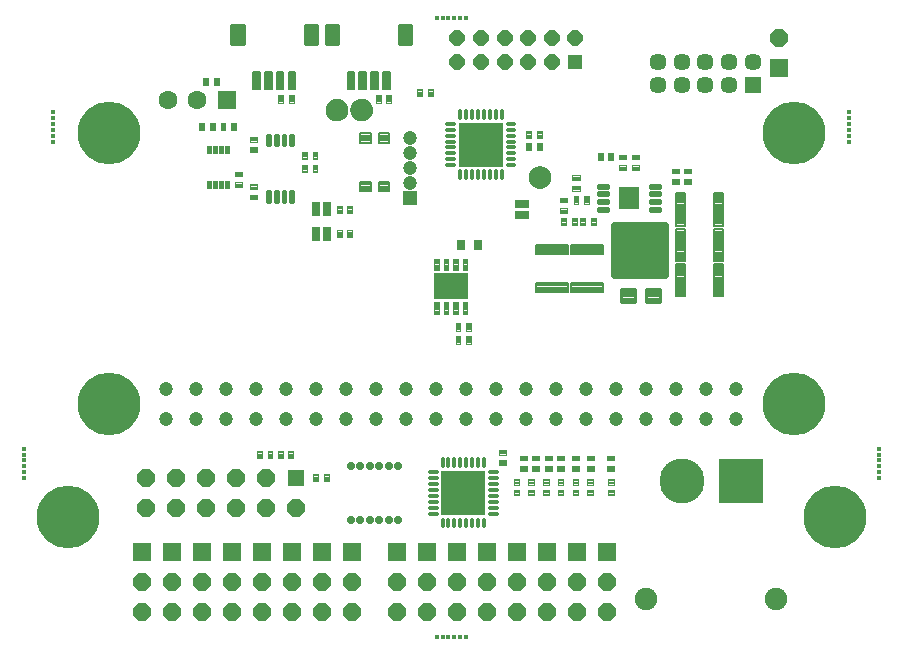
<source format=gto>
G75*
%MOIN*%
%OFA0B0*%
%FSLAX24Y24*%
%IPPOS*%
%LPD*%
%AMOC8*
5,1,8,0,0,1.08239X$1,22.5*
%
%ADD10C,0.0157*%
%ADD11R,0.1496X0.1496*%
%ADD12C,0.1496*%
%ADD13C,0.0748*%
%ADD14C,0.0472*%
%ADD15C,0.0039*%
%ADD16R,0.1181X0.0866*%
%ADD17C,0.0055*%
%ADD18C,0.0102*%
%ADD19C,0.0098*%
%ADD20R,0.0591X0.0591*%
%ADD21OC8,0.0591*%
%ADD22R,0.1516X0.1516*%
%ADD23C,0.0146*%
%ADD24R,0.0681X0.0728*%
%ADD25C,0.0190*%
%ADD26C,0.0108*%
%ADD27C,0.0071*%
%ADD28R,0.0472X0.0472*%
%ADD29C,0.2087*%
%ADD30R,0.0571X0.0571*%
%ADD31C,0.0571*%
%ADD32OC8,0.0571*%
%ADD33R,0.0256X0.0335*%
%ADD34C,0.0031*%
%ADD35C,0.0047*%
%ADD36C,0.0079*%
%ADD37R,0.0315X0.0472*%
%ADD38R,0.0630X0.0630*%
%ADD39C,0.0630*%
%ADD40C,0.0433*%
%ADD41C,0.0394*%
%ADD42R,0.0472X0.0315*%
%ADD43R,0.0512X0.0512*%
%ADD44OC8,0.0512*%
%ADD45C,0.0276*%
D10*
X003181Y010346D03*
X003181Y010543D03*
X003181Y010740D03*
X003181Y010937D03*
X003181Y011133D03*
X003181Y011330D03*
X004165Y021567D03*
X004165Y021763D03*
X004165Y021960D03*
X004165Y022157D03*
X004165Y022354D03*
X004165Y022551D03*
X016941Y025681D03*
X017137Y025681D03*
X017334Y025681D03*
X017531Y025681D03*
X017728Y025681D03*
X017925Y025681D03*
X030700Y022551D03*
X030700Y022354D03*
X030700Y022157D03*
X030700Y021960D03*
X030700Y021763D03*
X030700Y021567D03*
X031685Y011330D03*
X031685Y011133D03*
X031685Y010937D03*
X031685Y010740D03*
X031685Y010543D03*
X031685Y010346D03*
X017925Y005051D03*
X017728Y005051D03*
X017531Y005051D03*
X017334Y005051D03*
X017137Y005051D03*
X016941Y005051D03*
D11*
X027078Y010248D03*
D12*
X025110Y010248D03*
D13*
X023929Y006311D03*
X028259Y006311D03*
D14*
X026933Y012307D03*
X025933Y012307D03*
X024933Y012307D03*
X023933Y012307D03*
X022933Y012307D03*
X021933Y012307D03*
X020933Y012307D03*
X019933Y012307D03*
X018933Y012307D03*
X017933Y012307D03*
X016933Y012307D03*
X015933Y012307D03*
X014933Y012307D03*
X013933Y012307D03*
X012933Y012307D03*
X011933Y012307D03*
X010933Y012307D03*
X009933Y012307D03*
X008933Y012307D03*
X007933Y012307D03*
X007933Y013307D03*
X008933Y013307D03*
X009933Y013307D03*
X010933Y013307D03*
X011933Y013307D03*
X012933Y013307D03*
X013933Y013307D03*
X014933Y013307D03*
X015933Y013307D03*
X016933Y013307D03*
X017933Y013307D03*
X018933Y013307D03*
X019933Y013307D03*
X020933Y013307D03*
X021933Y013307D03*
X022933Y013307D03*
X023933Y013307D03*
X024933Y013307D03*
X025933Y013307D03*
X026933Y013307D03*
X016055Y020181D03*
X016055Y020681D03*
X016055Y021181D03*
X016055Y021681D03*
D15*
X015425Y023103D02*
X015267Y023103D01*
X015425Y023103D02*
X015425Y022865D01*
X015267Y022865D01*
X015267Y023103D01*
X015267Y022903D02*
X015425Y022903D01*
X015425Y022941D02*
X015267Y022941D01*
X015267Y022979D02*
X015425Y022979D01*
X015425Y023017D02*
X015267Y023017D01*
X015267Y023055D02*
X015425Y023055D01*
X015425Y023093D02*
X015267Y023093D01*
X015071Y023103D02*
X014913Y023103D01*
X015071Y023103D02*
X015071Y022865D01*
X014913Y022865D01*
X014913Y023103D01*
X014913Y022903D02*
X015071Y022903D01*
X015071Y022941D02*
X014913Y022941D01*
X014913Y022979D02*
X015071Y022979D01*
X015071Y023017D02*
X014913Y023017D01*
X014913Y023055D02*
X015071Y023055D01*
X015071Y023093D02*
X014913Y023093D01*
X016291Y023081D02*
X016449Y023081D01*
X016291Y023081D02*
X016291Y023319D01*
X016449Y023319D01*
X016449Y023081D01*
X016449Y023119D02*
X016291Y023119D01*
X016291Y023157D02*
X016449Y023157D01*
X016449Y023195D02*
X016291Y023195D01*
X016291Y023233D02*
X016449Y023233D01*
X016449Y023271D02*
X016291Y023271D01*
X016291Y023309D02*
X016449Y023309D01*
X016645Y023081D02*
X016803Y023081D01*
X016645Y023081D02*
X016645Y023319D01*
X016803Y023319D01*
X016803Y023081D01*
X016803Y023119D02*
X016645Y023119D01*
X016645Y023157D02*
X016803Y023157D01*
X016803Y023195D02*
X016645Y023195D01*
X016645Y023233D02*
X016803Y023233D01*
X016803Y023271D02*
X016645Y023271D01*
X016645Y023309D02*
X016803Y023309D01*
X019932Y021922D02*
X020090Y021922D01*
X020090Y021684D01*
X019932Y021684D01*
X019932Y021922D01*
X019932Y021722D02*
X020090Y021722D01*
X020090Y021760D02*
X019932Y021760D01*
X019932Y021798D02*
X020090Y021798D01*
X020090Y021836D02*
X019932Y021836D01*
X019932Y021874D02*
X020090Y021874D01*
X020090Y021912D02*
X019932Y021912D01*
X020287Y021922D02*
X020445Y021922D01*
X020445Y021684D01*
X020287Y021684D01*
X020287Y021922D01*
X020287Y021722D02*
X020445Y021722D01*
X020445Y021760D02*
X020287Y021760D01*
X020287Y021798D02*
X020445Y021798D01*
X020445Y021836D02*
X020287Y021836D01*
X020287Y021874D02*
X020445Y021874D01*
X020445Y021912D02*
X020287Y021912D01*
X020287Y021508D02*
X020445Y021508D01*
X020445Y021270D01*
X020287Y021270D01*
X020287Y021508D01*
X020287Y021308D02*
X020445Y021308D01*
X020445Y021346D02*
X020287Y021346D01*
X020287Y021384D02*
X020445Y021384D01*
X020445Y021422D02*
X020287Y021422D01*
X020287Y021460D02*
X020445Y021460D01*
X020445Y021498D02*
X020287Y021498D01*
X020090Y021508D02*
X019932Y021508D01*
X020090Y021508D02*
X020090Y021270D01*
X019932Y021270D01*
X019932Y021508D01*
X019932Y021308D02*
X020090Y021308D01*
X020090Y021346D02*
X019932Y021346D01*
X019932Y021384D02*
X020090Y021384D01*
X020090Y021422D02*
X019932Y021422D01*
X019932Y021460D02*
X020090Y021460D01*
X020090Y021498D02*
X019932Y021498D01*
X021467Y020445D02*
X021467Y020287D01*
X021467Y020445D02*
X021705Y020445D01*
X021705Y020287D01*
X021467Y020287D01*
X021467Y020325D02*
X021705Y020325D01*
X021705Y020363D02*
X021467Y020363D01*
X021467Y020401D02*
X021705Y020401D01*
X021705Y020439D02*
X021467Y020439D01*
X021467Y020090D02*
X021467Y019932D01*
X021467Y020090D02*
X021705Y020090D01*
X021705Y019932D01*
X021467Y019932D01*
X021467Y019970D02*
X021705Y019970D01*
X021705Y020008D02*
X021467Y020008D01*
X021467Y020046D02*
X021705Y020046D01*
X021705Y020084D02*
X021467Y020084D01*
X021507Y019737D02*
X021665Y019737D01*
X021665Y019499D01*
X021507Y019499D01*
X021507Y019737D01*
X021507Y019537D02*
X021665Y019537D01*
X021665Y019575D02*
X021507Y019575D01*
X021507Y019613D02*
X021665Y019613D01*
X021665Y019651D02*
X021507Y019651D01*
X021507Y019689D02*
X021665Y019689D01*
X021665Y019727D02*
X021507Y019727D01*
X021054Y019697D02*
X021054Y019539D01*
X021054Y019697D02*
X021292Y019697D01*
X021292Y019539D01*
X021054Y019539D01*
X021054Y019577D02*
X021292Y019577D01*
X021292Y019615D02*
X021054Y019615D01*
X021054Y019653D02*
X021292Y019653D01*
X021292Y019691D02*
X021054Y019691D01*
X021054Y019342D02*
X021054Y019184D01*
X021054Y019342D02*
X021292Y019342D01*
X021292Y019184D01*
X021054Y019184D01*
X021054Y019222D02*
X021292Y019222D01*
X021292Y019260D02*
X021054Y019260D01*
X021054Y019298D02*
X021292Y019298D01*
X021292Y019336D02*
X021054Y019336D01*
X021094Y019028D02*
X021252Y019028D01*
X021252Y018790D01*
X021094Y018790D01*
X021094Y019028D01*
X021094Y018828D02*
X021252Y018828D01*
X021252Y018866D02*
X021094Y018866D01*
X021094Y018904D02*
X021252Y018904D01*
X021252Y018942D02*
X021094Y018942D01*
X021094Y018980D02*
X021252Y018980D01*
X021252Y019018D02*
X021094Y019018D01*
X021448Y019028D02*
X021606Y019028D01*
X021606Y018790D01*
X021448Y018790D01*
X021448Y019028D01*
X021448Y018828D02*
X021606Y018828D01*
X021606Y018866D02*
X021448Y018866D01*
X021448Y018904D02*
X021606Y018904D01*
X021606Y018942D02*
X021448Y018942D01*
X021448Y018980D02*
X021606Y018980D01*
X021606Y019018D02*
X021448Y019018D01*
X021724Y019028D02*
X021882Y019028D01*
X021882Y018790D01*
X021724Y018790D01*
X021724Y019028D01*
X021724Y018828D02*
X021882Y018828D01*
X021882Y018866D02*
X021724Y018866D01*
X021724Y018904D02*
X021882Y018904D01*
X021882Y018942D02*
X021724Y018942D01*
X021724Y018980D02*
X021882Y018980D01*
X021882Y019018D02*
X021724Y019018D01*
X022078Y019028D02*
X022236Y019028D01*
X022236Y018790D01*
X022078Y018790D01*
X022078Y019028D01*
X022078Y018828D02*
X022236Y018828D01*
X022236Y018866D02*
X022078Y018866D01*
X022078Y018904D02*
X022236Y018904D01*
X022236Y018942D02*
X022078Y018942D01*
X022078Y018980D02*
X022236Y018980D01*
X022236Y019018D02*
X022078Y019018D01*
X022020Y019737D02*
X021862Y019737D01*
X022020Y019737D02*
X022020Y019499D01*
X021862Y019499D01*
X021862Y019737D01*
X021862Y019537D02*
X022020Y019537D01*
X022020Y019575D02*
X021862Y019575D01*
X021862Y019613D02*
X022020Y019613D01*
X022020Y019651D02*
X021862Y019651D01*
X021862Y019689D02*
X022020Y019689D01*
X022020Y019727D02*
X021862Y019727D01*
X023260Y020621D02*
X023260Y020779D01*
X023260Y020621D02*
X023022Y020621D01*
X023022Y020779D01*
X023260Y020779D01*
X023260Y020659D02*
X023022Y020659D01*
X023022Y020697D02*
X023260Y020697D01*
X023260Y020735D02*
X023022Y020735D01*
X023022Y020773D02*
X023260Y020773D01*
X023260Y020976D02*
X023260Y021134D01*
X023260Y020976D02*
X023022Y020976D01*
X023022Y021134D01*
X023260Y021134D01*
X023260Y021014D02*
X023022Y021014D01*
X023022Y021052D02*
X023260Y021052D01*
X023260Y021090D02*
X023022Y021090D01*
X023022Y021128D02*
X023260Y021128D01*
X023693Y021134D02*
X023693Y020976D01*
X023455Y020976D01*
X023455Y021134D01*
X023693Y021134D01*
X023693Y021014D02*
X023455Y021014D01*
X023455Y021052D02*
X023693Y021052D01*
X023693Y021090D02*
X023455Y021090D01*
X023455Y021128D02*
X023693Y021128D01*
X023693Y020779D02*
X023693Y020621D01*
X023455Y020621D01*
X023455Y020779D01*
X023693Y020779D01*
X023693Y020659D02*
X023455Y020659D01*
X023455Y020697D02*
X023693Y020697D01*
X023693Y020735D02*
X023455Y020735D01*
X023455Y020773D02*
X023693Y020773D01*
X022827Y020936D02*
X022669Y020936D01*
X022669Y021174D01*
X022827Y021174D01*
X022827Y020936D01*
X022827Y020974D02*
X022669Y020974D01*
X022669Y021012D02*
X022827Y021012D01*
X022827Y021050D02*
X022669Y021050D01*
X022669Y021088D02*
X022827Y021088D01*
X022827Y021126D02*
X022669Y021126D01*
X022669Y021164D02*
X022827Y021164D01*
X022472Y020936D02*
X022314Y020936D01*
X022314Y021174D01*
X022472Y021174D01*
X022472Y020936D01*
X022472Y020974D02*
X022314Y020974D01*
X022314Y021012D02*
X022472Y021012D01*
X022472Y021050D02*
X022314Y021050D01*
X022314Y021088D02*
X022472Y021088D01*
X022472Y021126D02*
X022314Y021126D01*
X022314Y021164D02*
X022472Y021164D01*
X025032Y020661D02*
X025032Y020503D01*
X024794Y020503D01*
X024794Y020661D01*
X025032Y020661D01*
X025032Y020541D02*
X024794Y020541D01*
X024794Y020579D02*
X025032Y020579D01*
X025032Y020617D02*
X024794Y020617D01*
X024794Y020655D02*
X025032Y020655D01*
X025426Y020661D02*
X025426Y020503D01*
X025188Y020503D01*
X025188Y020661D01*
X025426Y020661D01*
X025426Y020541D02*
X025188Y020541D01*
X025188Y020579D02*
X025426Y020579D01*
X025426Y020617D02*
X025188Y020617D01*
X025188Y020655D02*
X025426Y020655D01*
X025426Y020307D02*
X025426Y020149D01*
X025188Y020149D01*
X025188Y020307D01*
X025426Y020307D01*
X025426Y020187D02*
X025188Y020187D01*
X025188Y020225D02*
X025426Y020225D01*
X025426Y020263D02*
X025188Y020263D01*
X025188Y020301D02*
X025426Y020301D01*
X025032Y020307D02*
X025032Y020149D01*
X024794Y020149D01*
X024794Y020307D01*
X025032Y020307D01*
X025032Y020187D02*
X024794Y020187D01*
X024794Y020225D02*
X025032Y020225D01*
X025032Y020263D02*
X024794Y020263D01*
X024794Y020301D02*
X025032Y020301D01*
X017964Y017669D02*
X017806Y017669D01*
X017964Y017669D02*
X017964Y017275D01*
X017806Y017275D01*
X017806Y017669D01*
X017806Y017313D02*
X017964Y017313D01*
X017964Y017351D02*
X017806Y017351D01*
X017806Y017389D02*
X017964Y017389D01*
X017964Y017427D02*
X017806Y017427D01*
X017806Y017465D02*
X017964Y017465D01*
X017964Y017503D02*
X017806Y017503D01*
X017806Y017541D02*
X017964Y017541D01*
X017964Y017579D02*
X017806Y017579D01*
X017806Y017617D02*
X017964Y017617D01*
X017964Y017655D02*
X017806Y017655D01*
X017649Y017669D02*
X017491Y017669D01*
X017649Y017669D02*
X017649Y017275D01*
X017491Y017275D01*
X017491Y017669D01*
X017491Y017313D02*
X017649Y017313D01*
X017649Y017351D02*
X017491Y017351D01*
X017491Y017389D02*
X017649Y017389D01*
X017649Y017427D02*
X017491Y017427D01*
X017491Y017465D02*
X017649Y017465D01*
X017649Y017503D02*
X017491Y017503D01*
X017491Y017541D02*
X017649Y017541D01*
X017649Y017579D02*
X017491Y017579D01*
X017491Y017617D02*
X017649Y017617D01*
X017649Y017655D02*
X017491Y017655D01*
X017335Y017669D02*
X017177Y017669D01*
X017335Y017669D02*
X017335Y017275D01*
X017177Y017275D01*
X017177Y017669D01*
X017177Y017313D02*
X017335Y017313D01*
X017335Y017351D02*
X017177Y017351D01*
X017177Y017389D02*
X017335Y017389D01*
X017335Y017427D02*
X017177Y017427D01*
X017177Y017465D02*
X017335Y017465D01*
X017335Y017503D02*
X017177Y017503D01*
X017177Y017541D02*
X017335Y017541D01*
X017335Y017579D02*
X017177Y017579D01*
X017177Y017617D02*
X017335Y017617D01*
X017335Y017655D02*
X017177Y017655D01*
X017020Y017669D02*
X016862Y017669D01*
X017020Y017669D02*
X017020Y017275D01*
X016862Y017275D01*
X016862Y017669D01*
X016862Y017313D02*
X017020Y017313D01*
X017020Y017351D02*
X016862Y017351D01*
X016862Y017389D02*
X017020Y017389D01*
X017020Y017427D02*
X016862Y017427D01*
X016862Y017465D02*
X017020Y017465D01*
X017020Y017503D02*
X016862Y017503D01*
X016862Y017541D02*
X017020Y017541D01*
X017020Y017579D02*
X016862Y017579D01*
X016862Y017617D02*
X017020Y017617D01*
X017020Y017655D02*
X016862Y017655D01*
X016862Y016212D02*
X017020Y016212D01*
X017020Y015818D01*
X016862Y015818D01*
X016862Y016212D01*
X016862Y015856D02*
X017020Y015856D01*
X017020Y015894D02*
X016862Y015894D01*
X016862Y015932D02*
X017020Y015932D01*
X017020Y015970D02*
X016862Y015970D01*
X016862Y016008D02*
X017020Y016008D01*
X017020Y016046D02*
X016862Y016046D01*
X016862Y016084D02*
X017020Y016084D01*
X017020Y016122D02*
X016862Y016122D01*
X016862Y016160D02*
X017020Y016160D01*
X017020Y016198D02*
X016862Y016198D01*
X017177Y015818D02*
X017335Y015818D01*
X017177Y015818D02*
X017177Y016212D01*
X017335Y016212D01*
X017335Y015818D01*
X017335Y015856D02*
X017177Y015856D01*
X017177Y015894D02*
X017335Y015894D01*
X017335Y015932D02*
X017177Y015932D01*
X017177Y015970D02*
X017335Y015970D01*
X017335Y016008D02*
X017177Y016008D01*
X017177Y016046D02*
X017335Y016046D01*
X017335Y016084D02*
X017177Y016084D01*
X017177Y016122D02*
X017335Y016122D01*
X017335Y016160D02*
X017177Y016160D01*
X017177Y016198D02*
X017335Y016198D01*
X017491Y016212D02*
X017649Y016212D01*
X017649Y015818D01*
X017491Y015818D01*
X017491Y016212D01*
X017491Y015856D02*
X017649Y015856D01*
X017649Y015894D02*
X017491Y015894D01*
X017491Y015932D02*
X017649Y015932D01*
X017649Y015970D02*
X017491Y015970D01*
X017491Y016008D02*
X017649Y016008D01*
X017649Y016046D02*
X017491Y016046D01*
X017491Y016084D02*
X017649Y016084D01*
X017649Y016122D02*
X017491Y016122D01*
X017491Y016160D02*
X017649Y016160D01*
X017649Y016198D02*
X017491Y016198D01*
X017806Y016212D02*
X017964Y016212D01*
X017964Y015818D01*
X017806Y015818D01*
X017806Y016212D01*
X017806Y015856D02*
X017964Y015856D01*
X017964Y015894D02*
X017806Y015894D01*
X017806Y015932D02*
X017964Y015932D01*
X017964Y015970D02*
X017806Y015970D01*
X017806Y016008D02*
X017964Y016008D01*
X017964Y016046D02*
X017806Y016046D01*
X017806Y016084D02*
X017964Y016084D01*
X017964Y016122D02*
X017806Y016122D01*
X017806Y016160D02*
X017964Y016160D01*
X017964Y016198D02*
X017806Y016198D01*
X017728Y015504D02*
X017570Y015504D01*
X017728Y015504D02*
X017728Y015266D01*
X017570Y015266D01*
X017570Y015504D01*
X017570Y015304D02*
X017728Y015304D01*
X017728Y015342D02*
X017570Y015342D01*
X017570Y015380D02*
X017728Y015380D01*
X017728Y015418D02*
X017570Y015418D01*
X017570Y015456D02*
X017728Y015456D01*
X017728Y015494D02*
X017570Y015494D01*
X017925Y015504D02*
X018083Y015504D01*
X018083Y015266D01*
X017925Y015266D01*
X017925Y015504D01*
X017925Y015304D02*
X018083Y015304D01*
X018083Y015342D02*
X017925Y015342D01*
X017925Y015380D02*
X018083Y015380D01*
X018083Y015418D02*
X017925Y015418D01*
X017925Y015456D02*
X018083Y015456D01*
X018083Y015494D02*
X017925Y015494D01*
X017925Y015071D02*
X018083Y015071D01*
X018083Y014833D01*
X017925Y014833D01*
X017925Y015071D01*
X017925Y014871D02*
X018083Y014871D01*
X018083Y014909D02*
X017925Y014909D01*
X017925Y014947D02*
X018083Y014947D01*
X018083Y014985D02*
X017925Y014985D01*
X017925Y015023D02*
X018083Y015023D01*
X018083Y015061D02*
X017925Y015061D01*
X017728Y015071D02*
X017570Y015071D01*
X017728Y015071D02*
X017728Y014833D01*
X017570Y014833D01*
X017570Y015071D01*
X017570Y014871D02*
X017728Y014871D01*
X017728Y014909D02*
X017570Y014909D01*
X017570Y014947D02*
X017728Y014947D01*
X017728Y014985D02*
X017570Y014985D01*
X017570Y015023D02*
X017728Y015023D01*
X017728Y015061D02*
X017570Y015061D01*
X014126Y018377D02*
X013968Y018377D01*
X013968Y018615D01*
X014126Y018615D01*
X014126Y018377D01*
X014126Y018415D02*
X013968Y018415D01*
X013968Y018453D02*
X014126Y018453D01*
X014126Y018491D02*
X013968Y018491D01*
X013968Y018529D02*
X014126Y018529D01*
X014126Y018567D02*
X013968Y018567D01*
X013968Y018605D02*
X014126Y018605D01*
X013772Y018377D02*
X013614Y018377D01*
X013614Y018615D01*
X013772Y018615D01*
X013772Y018377D01*
X013772Y018415D02*
X013614Y018415D01*
X013614Y018453D02*
X013772Y018453D01*
X013772Y018491D02*
X013614Y018491D01*
X013614Y018529D02*
X013772Y018529D01*
X013772Y018567D02*
X013614Y018567D01*
X013614Y018605D02*
X013772Y018605D01*
X013772Y019184D02*
X013614Y019184D01*
X013614Y019422D01*
X013772Y019422D01*
X013772Y019184D01*
X013772Y019222D02*
X013614Y019222D01*
X013614Y019260D02*
X013772Y019260D01*
X013772Y019298D02*
X013614Y019298D01*
X013614Y019336D02*
X013772Y019336D01*
X013772Y019374D02*
X013614Y019374D01*
X013614Y019412D02*
X013772Y019412D01*
X013968Y019184D02*
X014126Y019184D01*
X013968Y019184D02*
X013968Y019422D01*
X014126Y019422D01*
X014126Y019184D01*
X014126Y019222D02*
X013968Y019222D01*
X013968Y019260D02*
X014126Y019260D01*
X014126Y019298D02*
X013968Y019298D01*
X013968Y019336D02*
X014126Y019336D01*
X014126Y019374D02*
X013968Y019374D01*
X013968Y019412D02*
X014126Y019412D01*
X012964Y020562D02*
X012806Y020562D01*
X012806Y020800D01*
X012964Y020800D01*
X012964Y020562D01*
X012964Y020600D02*
X012806Y020600D01*
X012806Y020638D02*
X012964Y020638D01*
X012964Y020676D02*
X012806Y020676D01*
X012806Y020714D02*
X012964Y020714D01*
X012964Y020752D02*
X012806Y020752D01*
X012806Y020790D02*
X012964Y020790D01*
X012964Y020995D02*
X012806Y020995D01*
X012806Y021233D01*
X012964Y021233D01*
X012964Y020995D01*
X012964Y021033D02*
X012806Y021033D01*
X012806Y021071D02*
X012964Y021071D01*
X012964Y021109D02*
X012806Y021109D01*
X012806Y021147D02*
X012964Y021147D01*
X012964Y021185D02*
X012806Y021185D01*
X012806Y021223D02*
X012964Y021223D01*
X012610Y020995D02*
X012452Y020995D01*
X012452Y021233D01*
X012610Y021233D01*
X012610Y020995D01*
X012610Y021033D02*
X012452Y021033D01*
X012452Y021071D02*
X012610Y021071D01*
X012610Y021109D02*
X012452Y021109D01*
X012452Y021147D02*
X012610Y021147D01*
X012610Y021185D02*
X012452Y021185D01*
X012452Y021223D02*
X012610Y021223D01*
X012610Y020562D02*
X012452Y020562D01*
X012452Y020800D01*
X012610Y020800D01*
X012610Y020562D01*
X012610Y020600D02*
X012452Y020600D01*
X012452Y020638D02*
X012610Y020638D01*
X012610Y020676D02*
X012452Y020676D01*
X012452Y020714D02*
X012610Y020714D01*
X012610Y020752D02*
X012452Y020752D01*
X012452Y020790D02*
X012610Y020790D01*
X010957Y021212D02*
X010957Y021370D01*
X010957Y021212D02*
X010719Y021212D01*
X010719Y021370D01*
X010957Y021370D01*
X010957Y021250D02*
X010719Y021250D01*
X010719Y021288D02*
X010957Y021288D01*
X010957Y021326D02*
X010719Y021326D01*
X010719Y021364D02*
X010957Y021364D01*
X010957Y021566D02*
X010957Y021724D01*
X010957Y021566D02*
X010719Y021566D01*
X010719Y021724D01*
X010957Y021724D01*
X010957Y021604D02*
X010719Y021604D01*
X010719Y021642D02*
X010957Y021642D01*
X010957Y021680D02*
X010719Y021680D01*
X010719Y021718D02*
X010957Y021718D01*
X010248Y021940D02*
X010090Y021940D01*
X010090Y022178D01*
X010248Y022178D01*
X010248Y021940D01*
X010248Y021978D02*
X010090Y021978D01*
X010090Y022016D02*
X010248Y022016D01*
X010248Y022054D02*
X010090Y022054D01*
X010090Y022092D02*
X010248Y022092D01*
X010248Y022130D02*
X010090Y022130D01*
X010090Y022168D02*
X010248Y022168D01*
X009894Y021940D02*
X009736Y021940D01*
X009736Y022178D01*
X009894Y022178D01*
X009894Y021940D01*
X009894Y021978D02*
X009736Y021978D01*
X009736Y022016D02*
X009894Y022016D01*
X009894Y022054D02*
X009736Y022054D01*
X009736Y022092D02*
X009894Y022092D01*
X009894Y022130D02*
X009736Y022130D01*
X009736Y022168D02*
X009894Y022168D01*
X009539Y022178D02*
X009381Y022178D01*
X009539Y022178D02*
X009539Y021940D01*
X009381Y021940D01*
X009381Y022178D01*
X009381Y021978D02*
X009539Y021978D01*
X009539Y022016D02*
X009381Y022016D01*
X009381Y022054D02*
X009539Y022054D01*
X009539Y022092D02*
X009381Y022092D01*
X009381Y022130D02*
X009539Y022130D01*
X009539Y022168D02*
X009381Y022168D01*
X009185Y022178D02*
X009027Y022178D01*
X009185Y022178D02*
X009185Y021940D01*
X009027Y021940D01*
X009027Y022178D01*
X009027Y021978D02*
X009185Y021978D01*
X009185Y022016D02*
X009027Y022016D01*
X009027Y022054D02*
X009185Y022054D01*
X009185Y022092D02*
X009027Y022092D01*
X009027Y022130D02*
X009185Y022130D01*
X009185Y022168D02*
X009027Y022168D01*
X009165Y023674D02*
X009323Y023674D01*
X009323Y023436D01*
X009165Y023436D01*
X009165Y023674D01*
X009165Y023474D02*
X009323Y023474D01*
X009323Y023512D02*
X009165Y023512D01*
X009165Y023550D02*
X009323Y023550D01*
X009323Y023588D02*
X009165Y023588D01*
X009165Y023626D02*
X009323Y023626D01*
X009323Y023664D02*
X009165Y023664D01*
X009519Y023674D02*
X009677Y023674D01*
X009677Y023436D01*
X009519Y023436D01*
X009519Y023674D01*
X009519Y023474D02*
X009677Y023474D01*
X009677Y023512D02*
X009519Y023512D01*
X009519Y023550D02*
X009677Y023550D01*
X009677Y023588D02*
X009519Y023588D01*
X009519Y023626D02*
X009677Y023626D01*
X009677Y023664D02*
X009519Y023664D01*
X011665Y023103D02*
X011823Y023103D01*
X011823Y022865D01*
X011665Y022865D01*
X011665Y023103D01*
X011665Y022903D02*
X011823Y022903D01*
X011823Y022941D02*
X011665Y022941D01*
X011665Y022979D02*
X011823Y022979D01*
X011823Y023017D02*
X011665Y023017D01*
X011665Y023055D02*
X011823Y023055D01*
X011823Y023093D02*
X011665Y023093D01*
X012019Y023103D02*
X012177Y023103D01*
X012177Y022865D01*
X012019Y022865D01*
X012019Y023103D01*
X012019Y022903D02*
X012177Y022903D01*
X012177Y022941D02*
X012019Y022941D01*
X012019Y022979D02*
X012177Y022979D01*
X012177Y023017D02*
X012019Y023017D01*
X012019Y023055D02*
X012177Y023055D01*
X012177Y023093D02*
X012019Y023093D01*
X010207Y020563D02*
X010207Y020405D01*
X010207Y020563D02*
X010445Y020563D01*
X010445Y020405D01*
X010207Y020405D01*
X010207Y020443D02*
X010445Y020443D01*
X010445Y020481D02*
X010207Y020481D01*
X010207Y020519D02*
X010445Y020519D01*
X010445Y020557D02*
X010207Y020557D01*
X010207Y020209D02*
X010207Y020051D01*
X010207Y020209D02*
X010445Y020209D01*
X010445Y020051D01*
X010207Y020051D01*
X010207Y020089D02*
X010445Y020089D01*
X010445Y020127D02*
X010207Y020127D01*
X010207Y020165D02*
X010445Y020165D01*
X010445Y020203D02*
X010207Y020203D01*
X010719Y020149D02*
X010719Y019991D01*
X010719Y020149D02*
X010957Y020149D01*
X010957Y019991D01*
X010719Y019991D01*
X010719Y020029D02*
X010957Y020029D01*
X010957Y020067D02*
X010719Y020067D01*
X010719Y020105D02*
X010957Y020105D01*
X010957Y020143D02*
X010719Y020143D01*
X010719Y019795D02*
X010719Y019637D01*
X010719Y019795D02*
X010957Y019795D01*
X010957Y019637D01*
X010719Y019637D01*
X010719Y019675D02*
X010957Y019675D01*
X010957Y019713D02*
X010719Y019713D01*
X010719Y019751D02*
X010957Y019751D01*
X010957Y019789D02*
X010719Y019789D01*
X010956Y011252D02*
X011114Y011252D01*
X011114Y011014D01*
X010956Y011014D01*
X010956Y011252D01*
X010956Y011052D02*
X011114Y011052D01*
X011114Y011090D02*
X010956Y011090D01*
X010956Y011128D02*
X011114Y011128D01*
X011114Y011166D02*
X010956Y011166D01*
X010956Y011204D02*
X011114Y011204D01*
X011114Y011242D02*
X010956Y011242D01*
X011310Y011252D02*
X011468Y011252D01*
X011468Y011014D01*
X011310Y011014D01*
X011310Y011252D01*
X011310Y011052D02*
X011468Y011052D01*
X011468Y011090D02*
X011310Y011090D01*
X011310Y011128D02*
X011468Y011128D01*
X011468Y011166D02*
X011310Y011166D01*
X011310Y011204D02*
X011468Y011204D01*
X011468Y011242D02*
X011310Y011242D01*
X011645Y011014D02*
X011803Y011014D01*
X011645Y011014D02*
X011645Y011252D01*
X011803Y011252D01*
X011803Y011014D01*
X011803Y011052D02*
X011645Y011052D01*
X011645Y011090D02*
X011803Y011090D01*
X011803Y011128D02*
X011645Y011128D01*
X011645Y011166D02*
X011803Y011166D01*
X011803Y011204D02*
X011645Y011204D01*
X011645Y011242D02*
X011803Y011242D01*
X011999Y011014D02*
X012157Y011014D01*
X011999Y011014D02*
X011999Y011252D01*
X012157Y011252D01*
X012157Y011014D01*
X012157Y011052D02*
X011999Y011052D01*
X011999Y011090D02*
X012157Y011090D01*
X012157Y011128D02*
X011999Y011128D01*
X011999Y011166D02*
X012157Y011166D01*
X012157Y011204D02*
X011999Y011204D01*
X011999Y011242D02*
X012157Y011242D01*
X012826Y010485D02*
X012984Y010485D01*
X012984Y010247D01*
X012826Y010247D01*
X012826Y010485D01*
X012826Y010285D02*
X012984Y010285D01*
X012984Y010323D02*
X012826Y010323D01*
X012826Y010361D02*
X012984Y010361D01*
X012984Y010399D02*
X012826Y010399D01*
X012826Y010437D02*
X012984Y010437D01*
X012984Y010475D02*
X012826Y010475D01*
X013180Y010485D02*
X013338Y010485D01*
X013338Y010247D01*
X013180Y010247D01*
X013180Y010485D01*
X013180Y010285D02*
X013338Y010285D01*
X013338Y010323D02*
X013180Y010323D01*
X013180Y010361D02*
X013338Y010361D01*
X013338Y010399D02*
X013180Y010399D01*
X013180Y010437D02*
X013338Y010437D01*
X013338Y010475D02*
X013180Y010475D01*
X019245Y010779D02*
X019245Y010937D01*
X019245Y010779D02*
X019007Y010779D01*
X019007Y010937D01*
X019245Y010937D01*
X019245Y010817D02*
X019007Y010817D01*
X019007Y010855D02*
X019245Y010855D01*
X019245Y010893D02*
X019007Y010893D01*
X019007Y010931D02*
X019245Y010931D01*
X019245Y011133D02*
X019245Y011291D01*
X019245Y011133D02*
X019007Y011133D01*
X019007Y011291D01*
X019245Y011291D01*
X019245Y011171D02*
X019007Y011171D01*
X019007Y011209D02*
X019245Y011209D01*
X019245Y011247D02*
X019007Y011247D01*
X019007Y011285D02*
X019245Y011285D01*
X019715Y011094D02*
X019715Y010936D01*
X019715Y011094D02*
X019953Y011094D01*
X019953Y010936D01*
X019715Y010936D01*
X019715Y010974D02*
X019953Y010974D01*
X019953Y011012D02*
X019715Y011012D01*
X019715Y011050D02*
X019953Y011050D01*
X019953Y011088D02*
X019715Y011088D01*
X019715Y010740D02*
X019715Y010582D01*
X019715Y010740D02*
X019953Y010740D01*
X019953Y010582D01*
X019715Y010582D01*
X019715Y010620D02*
X019953Y010620D01*
X019953Y010658D02*
X019715Y010658D01*
X019715Y010696D02*
X019953Y010696D01*
X019953Y010734D02*
X019715Y010734D01*
X020129Y010740D02*
X020129Y010582D01*
X020129Y010740D02*
X020367Y010740D01*
X020367Y010582D01*
X020129Y010582D01*
X020129Y010620D02*
X020367Y010620D01*
X020367Y010658D02*
X020129Y010658D01*
X020129Y010696D02*
X020367Y010696D01*
X020367Y010734D02*
X020129Y010734D01*
X020129Y010936D02*
X020129Y011094D01*
X020367Y011094D01*
X020367Y010936D01*
X020129Y010936D01*
X020129Y010974D02*
X020367Y010974D01*
X020367Y011012D02*
X020129Y011012D01*
X020129Y011050D02*
X020367Y011050D01*
X020367Y011088D02*
X020129Y011088D01*
X020542Y011094D02*
X020542Y010936D01*
X020542Y011094D02*
X020780Y011094D01*
X020780Y010936D01*
X020542Y010936D01*
X020542Y010974D02*
X020780Y010974D01*
X020780Y011012D02*
X020542Y011012D01*
X020542Y011050D02*
X020780Y011050D01*
X020780Y011088D02*
X020542Y011088D01*
X020542Y010740D02*
X020542Y010582D01*
X020542Y010740D02*
X020780Y010740D01*
X020780Y010582D01*
X020542Y010582D01*
X020542Y010620D02*
X020780Y010620D01*
X020780Y010658D02*
X020542Y010658D01*
X020542Y010696D02*
X020780Y010696D01*
X020780Y010734D02*
X020542Y010734D01*
X020955Y010740D02*
X020955Y010582D01*
X020955Y010740D02*
X021193Y010740D01*
X021193Y010582D01*
X020955Y010582D01*
X020955Y010620D02*
X021193Y010620D01*
X021193Y010658D02*
X020955Y010658D01*
X020955Y010696D02*
X021193Y010696D01*
X021193Y010734D02*
X020955Y010734D01*
X020955Y010936D02*
X020955Y011094D01*
X021193Y011094D01*
X021193Y010936D01*
X020955Y010936D01*
X020955Y010974D02*
X021193Y010974D01*
X021193Y011012D02*
X020955Y011012D01*
X020955Y011050D02*
X021193Y011050D01*
X021193Y011088D02*
X020955Y011088D01*
X021448Y011094D02*
X021448Y010936D01*
X021448Y011094D02*
X021686Y011094D01*
X021686Y010936D01*
X021448Y010936D01*
X021448Y010974D02*
X021686Y010974D01*
X021686Y011012D02*
X021448Y011012D01*
X021448Y011050D02*
X021686Y011050D01*
X021686Y011088D02*
X021448Y011088D01*
X021448Y010740D02*
X021448Y010582D01*
X021448Y010740D02*
X021686Y010740D01*
X021686Y010582D01*
X021448Y010582D01*
X021448Y010620D02*
X021686Y010620D01*
X021686Y010658D02*
X021448Y010658D01*
X021448Y010696D02*
X021686Y010696D01*
X021686Y010734D02*
X021448Y010734D01*
X021940Y010740D02*
X021940Y010582D01*
X021940Y010740D02*
X022178Y010740D01*
X022178Y010582D01*
X021940Y010582D01*
X021940Y010620D02*
X022178Y010620D01*
X022178Y010658D02*
X021940Y010658D01*
X021940Y010696D02*
X022178Y010696D01*
X022178Y010734D02*
X021940Y010734D01*
X021940Y010936D02*
X021940Y011094D01*
X022178Y011094D01*
X022178Y010936D01*
X021940Y010936D01*
X021940Y010974D02*
X022178Y010974D01*
X022178Y011012D02*
X021940Y011012D01*
X021940Y011050D02*
X022178Y011050D01*
X022178Y011088D02*
X021940Y011088D01*
X022629Y011094D02*
X022629Y010936D01*
X022629Y011094D02*
X022867Y011094D01*
X022867Y010936D01*
X022629Y010936D01*
X022629Y010974D02*
X022867Y010974D01*
X022867Y011012D02*
X022629Y011012D01*
X022629Y011050D02*
X022867Y011050D01*
X022867Y011088D02*
X022629Y011088D01*
X022629Y010740D02*
X022629Y010582D01*
X022629Y010740D02*
X022867Y010740D01*
X022867Y010582D01*
X022629Y010582D01*
X022629Y010620D02*
X022867Y010620D01*
X022867Y010658D02*
X022629Y010658D01*
X022629Y010696D02*
X022867Y010696D01*
X022867Y010734D02*
X022629Y010734D01*
D16*
X017413Y016744D03*
D17*
X015378Y023306D02*
X015156Y023306D01*
X015156Y023902D01*
X015378Y023902D01*
X015378Y023306D01*
X015378Y023360D02*
X015156Y023360D01*
X015156Y023414D02*
X015378Y023414D01*
X015378Y023468D02*
X015156Y023468D01*
X015156Y023522D02*
X015378Y023522D01*
X015378Y023576D02*
X015156Y023576D01*
X015156Y023630D02*
X015378Y023630D01*
X015378Y023684D02*
X015156Y023684D01*
X015156Y023738D02*
X015378Y023738D01*
X015378Y023792D02*
X015156Y023792D01*
X015156Y023846D02*
X015378Y023846D01*
X015378Y023900D02*
X015156Y023900D01*
X014985Y023306D02*
X014763Y023306D01*
X014763Y023902D01*
X014985Y023902D01*
X014985Y023306D01*
X014985Y023360D02*
X014763Y023360D01*
X014763Y023414D02*
X014985Y023414D01*
X014985Y023468D02*
X014763Y023468D01*
X014763Y023522D02*
X014985Y023522D01*
X014985Y023576D02*
X014763Y023576D01*
X014763Y023630D02*
X014985Y023630D01*
X014985Y023684D02*
X014763Y023684D01*
X014763Y023738D02*
X014985Y023738D01*
X014985Y023792D02*
X014763Y023792D01*
X014763Y023846D02*
X014985Y023846D01*
X014985Y023900D02*
X014763Y023900D01*
X014591Y023306D02*
X014369Y023306D01*
X014369Y023902D01*
X014591Y023902D01*
X014591Y023306D01*
X014591Y023360D02*
X014369Y023360D01*
X014369Y023414D02*
X014591Y023414D01*
X014591Y023468D02*
X014369Y023468D01*
X014369Y023522D02*
X014591Y023522D01*
X014591Y023576D02*
X014369Y023576D01*
X014369Y023630D02*
X014591Y023630D01*
X014591Y023684D02*
X014369Y023684D01*
X014369Y023738D02*
X014591Y023738D01*
X014591Y023792D02*
X014369Y023792D01*
X014369Y023846D02*
X014591Y023846D01*
X014591Y023900D02*
X014369Y023900D01*
X014197Y023306D02*
X013975Y023306D01*
X013975Y023902D01*
X014197Y023902D01*
X014197Y023306D01*
X014197Y023360D02*
X013975Y023360D01*
X013975Y023414D02*
X014197Y023414D01*
X014197Y023468D02*
X013975Y023468D01*
X013975Y023522D02*
X014197Y023522D01*
X014197Y023576D02*
X013975Y023576D01*
X013975Y023630D02*
X014197Y023630D01*
X014197Y023684D02*
X013975Y023684D01*
X013975Y023738D02*
X014197Y023738D01*
X014197Y023792D02*
X013975Y023792D01*
X013975Y023846D02*
X014197Y023846D01*
X014197Y023900D02*
X013975Y023900D01*
X012229Y023306D02*
X012007Y023306D01*
X012007Y023902D01*
X012229Y023902D01*
X012229Y023306D01*
X012229Y023360D02*
X012007Y023360D01*
X012007Y023414D02*
X012229Y023414D01*
X012229Y023468D02*
X012007Y023468D01*
X012007Y023522D02*
X012229Y023522D01*
X012229Y023576D02*
X012007Y023576D01*
X012007Y023630D02*
X012229Y023630D01*
X012229Y023684D02*
X012007Y023684D01*
X012007Y023738D02*
X012229Y023738D01*
X012229Y023792D02*
X012007Y023792D01*
X012007Y023846D02*
X012229Y023846D01*
X012229Y023900D02*
X012007Y023900D01*
X011835Y023306D02*
X011613Y023306D01*
X011613Y023902D01*
X011835Y023902D01*
X011835Y023306D01*
X011835Y023360D02*
X011613Y023360D01*
X011613Y023414D02*
X011835Y023414D01*
X011835Y023468D02*
X011613Y023468D01*
X011613Y023522D02*
X011835Y023522D01*
X011835Y023576D02*
X011613Y023576D01*
X011613Y023630D02*
X011835Y023630D01*
X011835Y023684D02*
X011613Y023684D01*
X011613Y023738D02*
X011835Y023738D01*
X011835Y023792D02*
X011613Y023792D01*
X011613Y023846D02*
X011835Y023846D01*
X011835Y023900D02*
X011613Y023900D01*
X011441Y023306D02*
X011219Y023306D01*
X011219Y023902D01*
X011441Y023902D01*
X011441Y023306D01*
X011441Y023360D02*
X011219Y023360D01*
X011219Y023414D02*
X011441Y023414D01*
X011441Y023468D02*
X011219Y023468D01*
X011219Y023522D02*
X011441Y023522D01*
X011441Y023576D02*
X011219Y023576D01*
X011219Y023630D02*
X011441Y023630D01*
X011441Y023684D02*
X011219Y023684D01*
X011219Y023738D02*
X011441Y023738D01*
X011441Y023792D02*
X011219Y023792D01*
X011219Y023846D02*
X011441Y023846D01*
X011441Y023900D02*
X011219Y023900D01*
X011048Y023306D02*
X010826Y023306D01*
X010826Y023902D01*
X011048Y023902D01*
X011048Y023306D01*
X011048Y023360D02*
X010826Y023360D01*
X010826Y023414D02*
X011048Y023414D01*
X011048Y023468D02*
X010826Y023468D01*
X010826Y023522D02*
X011048Y023522D01*
X011048Y023576D02*
X010826Y023576D01*
X010826Y023630D02*
X011048Y023630D01*
X011048Y023684D02*
X010826Y023684D01*
X010826Y023738D02*
X011048Y023738D01*
X011048Y023792D02*
X010826Y023792D01*
X010826Y023846D02*
X011048Y023846D01*
X011048Y023900D02*
X010826Y023900D01*
D18*
X010512Y024807D02*
X010102Y024807D01*
X010102Y025453D01*
X010512Y025453D01*
X010512Y024807D01*
X010512Y024908D02*
X010102Y024908D01*
X010102Y025009D02*
X010512Y025009D01*
X010512Y025110D02*
X010102Y025110D01*
X010102Y025211D02*
X010512Y025211D01*
X010512Y025312D02*
X010102Y025312D01*
X010102Y025413D02*
X010512Y025413D01*
X012543Y024807D02*
X012953Y024807D01*
X012543Y024807D02*
X012543Y025453D01*
X012953Y025453D01*
X012953Y024807D01*
X012953Y024908D02*
X012543Y024908D01*
X012543Y025009D02*
X012953Y025009D01*
X012953Y025110D02*
X012543Y025110D01*
X012543Y025211D02*
X012953Y025211D01*
X012953Y025312D02*
X012543Y025312D01*
X012543Y025413D02*
X012953Y025413D01*
X013251Y024807D02*
X013661Y024807D01*
X013251Y024807D02*
X013251Y025453D01*
X013661Y025453D01*
X013661Y024807D01*
X013661Y024908D02*
X013251Y024908D01*
X013251Y025009D02*
X013661Y025009D01*
X013661Y025110D02*
X013251Y025110D01*
X013251Y025211D02*
X013661Y025211D01*
X013661Y025312D02*
X013251Y025312D01*
X013251Y025413D02*
X013661Y025413D01*
X015692Y024807D02*
X016102Y024807D01*
X015692Y024807D02*
X015692Y025453D01*
X016102Y025453D01*
X016102Y024807D01*
X016102Y024908D02*
X015692Y024908D01*
X015692Y025009D02*
X016102Y025009D01*
X016102Y025110D02*
X015692Y025110D01*
X015692Y025211D02*
X016102Y025211D01*
X016102Y025312D02*
X015692Y025312D01*
X015692Y025413D02*
X016102Y025413D01*
D19*
X012157Y021459D02*
X012059Y021459D01*
X012059Y021793D01*
X012157Y021793D01*
X012157Y021459D01*
X012157Y021556D02*
X012059Y021556D01*
X012059Y021653D02*
X012157Y021653D01*
X012157Y021750D02*
X012059Y021750D01*
X011901Y021459D02*
X011803Y021459D01*
X011803Y021793D01*
X011901Y021793D01*
X011901Y021459D01*
X011901Y021556D02*
X011803Y021556D01*
X011803Y021653D02*
X011901Y021653D01*
X011901Y021750D02*
X011803Y021750D01*
X011645Y021459D02*
X011547Y021459D01*
X011547Y021793D01*
X011645Y021793D01*
X011645Y021459D01*
X011645Y021556D02*
X011547Y021556D01*
X011547Y021653D02*
X011645Y021653D01*
X011645Y021750D02*
X011547Y021750D01*
X011389Y021459D02*
X011291Y021459D01*
X011291Y021793D01*
X011389Y021793D01*
X011389Y021459D01*
X011389Y021556D02*
X011291Y021556D01*
X011291Y021653D02*
X011389Y021653D01*
X011389Y021750D02*
X011291Y021750D01*
X011291Y019569D02*
X011389Y019569D01*
X011291Y019569D02*
X011291Y019903D01*
X011389Y019903D01*
X011389Y019569D01*
X011389Y019666D02*
X011291Y019666D01*
X011291Y019763D02*
X011389Y019763D01*
X011389Y019860D02*
X011291Y019860D01*
X011547Y019569D02*
X011645Y019569D01*
X011547Y019569D02*
X011547Y019903D01*
X011645Y019903D01*
X011645Y019569D01*
X011645Y019666D02*
X011547Y019666D01*
X011547Y019763D02*
X011645Y019763D01*
X011645Y019860D02*
X011547Y019860D01*
X011803Y019569D02*
X011901Y019569D01*
X011803Y019569D02*
X011803Y019903D01*
X011901Y019903D01*
X011901Y019569D01*
X011901Y019666D02*
X011803Y019666D01*
X011803Y019763D02*
X011901Y019763D01*
X011901Y019860D02*
X011803Y019860D01*
X012059Y019569D02*
X012157Y019569D01*
X012059Y019569D02*
X012059Y019903D01*
X012157Y019903D01*
X012157Y019569D01*
X012157Y019666D02*
X012059Y019666D01*
X012059Y019763D02*
X012157Y019763D01*
X012157Y019860D02*
X012059Y019860D01*
X022305Y019775D02*
X022305Y019873D01*
X022639Y019873D01*
X022639Y019775D01*
X022305Y019775D01*
X022305Y019872D02*
X022639Y019872D01*
X022305Y020031D02*
X022305Y020129D01*
X022639Y020129D01*
X022639Y020031D01*
X022305Y020031D01*
X022305Y020128D02*
X022639Y020128D01*
X022305Y019618D02*
X022305Y019520D01*
X022305Y019618D02*
X022639Y019618D01*
X022639Y019520D01*
X022305Y019520D01*
X022305Y019617D02*
X022639Y019617D01*
X022305Y019362D02*
X022305Y019264D01*
X022305Y019362D02*
X022639Y019362D01*
X022639Y019264D01*
X022305Y019264D01*
X022305Y019361D02*
X022639Y019361D01*
X024371Y019362D02*
X024371Y019264D01*
X024037Y019264D01*
X024037Y019362D01*
X024371Y019362D01*
X024371Y019361D02*
X024037Y019361D01*
X024371Y019520D02*
X024371Y019618D01*
X024371Y019520D02*
X024037Y019520D01*
X024037Y019618D01*
X024371Y019618D01*
X024371Y019617D02*
X024037Y019617D01*
X024371Y019775D02*
X024371Y019873D01*
X024371Y019775D02*
X024037Y019775D01*
X024037Y019873D01*
X024371Y019873D01*
X024371Y019872D02*
X024037Y019872D01*
X024371Y020031D02*
X024371Y020129D01*
X024371Y020031D02*
X024037Y020031D01*
X024037Y020129D01*
X024371Y020129D01*
X024371Y020128D02*
X024037Y020128D01*
D20*
X028358Y024011D03*
X022606Y007901D03*
X021606Y007901D03*
X020606Y007901D03*
X019606Y007901D03*
X018606Y007901D03*
X017606Y007901D03*
X016606Y007901D03*
X015606Y007901D03*
X014106Y007901D03*
X013106Y007901D03*
X012106Y007901D03*
X011106Y007901D03*
X010106Y007901D03*
X009106Y007901D03*
X008106Y007901D03*
X007106Y007901D03*
D21*
X007106Y005901D03*
X008106Y005901D03*
X009106Y005901D03*
X010106Y005901D03*
X011106Y005901D03*
X012106Y005901D03*
X013106Y005901D03*
X014106Y005901D03*
X014106Y006901D03*
X013106Y006901D03*
X012106Y006901D03*
X011106Y006901D03*
X010106Y006901D03*
X009106Y006901D03*
X008106Y006901D03*
X007106Y006901D03*
X015606Y006901D03*
X015606Y005901D03*
X016606Y005901D03*
X017606Y005901D03*
X018606Y005901D03*
X019606Y005901D03*
X020606Y005901D03*
X021606Y005901D03*
X022606Y005901D03*
X022606Y006901D03*
X021606Y006901D03*
X020606Y006901D03*
X019606Y006901D03*
X018606Y006901D03*
X017606Y006901D03*
X016606Y006901D03*
X028358Y025011D03*
D22*
X018417Y021468D03*
X017826Y009854D03*
D23*
X016936Y009952D02*
X016708Y009952D01*
X016708Y009756D02*
X016936Y009756D01*
X016936Y009559D02*
X016708Y009559D01*
X016708Y009362D02*
X016936Y009362D01*
X016936Y009165D02*
X016708Y009165D01*
X017137Y008964D02*
X017137Y008736D01*
X017334Y008736D02*
X017334Y008964D01*
X017531Y008964D02*
X017531Y008736D01*
X017728Y008736D02*
X017728Y008964D01*
X017925Y008964D02*
X017925Y008736D01*
X018122Y008736D02*
X018122Y008964D01*
X018319Y008964D02*
X018319Y008736D01*
X018515Y008736D02*
X018515Y008964D01*
X018716Y009165D02*
X018944Y009165D01*
X018944Y009362D02*
X018716Y009362D01*
X018716Y009559D02*
X018944Y009559D01*
X018944Y009756D02*
X018716Y009756D01*
X018716Y009952D02*
X018944Y009952D01*
X018944Y010149D02*
X018716Y010149D01*
X018716Y010346D02*
X018944Y010346D01*
X018944Y010543D02*
X018716Y010543D01*
X018515Y010744D02*
X018515Y010972D01*
X018319Y010972D02*
X018319Y010744D01*
X018122Y010744D02*
X018122Y010972D01*
X017925Y010972D02*
X017925Y010744D01*
X017728Y010744D02*
X017728Y010972D01*
X017531Y010972D02*
X017531Y010744D01*
X017334Y010744D02*
X017334Y010972D01*
X017137Y010972D02*
X017137Y010744D01*
X016936Y010543D02*
X016708Y010543D01*
X016708Y010346D02*
X016936Y010346D01*
X016936Y010149D02*
X016708Y010149D01*
X017728Y020350D02*
X017728Y020578D01*
X017925Y020578D02*
X017925Y020350D01*
X018122Y020350D02*
X018122Y020578D01*
X018319Y020578D02*
X018319Y020350D01*
X018515Y020350D02*
X018515Y020578D01*
X018712Y020578D02*
X018712Y020350D01*
X018909Y020350D02*
X018909Y020578D01*
X019106Y020578D02*
X019106Y020350D01*
X019307Y020779D02*
X019535Y020779D01*
X019535Y020976D02*
X019307Y020976D01*
X019307Y021173D02*
X019535Y021173D01*
X019535Y021370D02*
X019307Y021370D01*
X019307Y021567D02*
X019535Y021567D01*
X019535Y021763D02*
X019307Y021763D01*
X019307Y021960D02*
X019535Y021960D01*
X019535Y022157D02*
X019307Y022157D01*
X019106Y022358D02*
X019106Y022586D01*
X018909Y022586D02*
X018909Y022358D01*
X018712Y022358D02*
X018712Y022586D01*
X018515Y022586D02*
X018515Y022358D01*
X018319Y022358D02*
X018319Y022586D01*
X018122Y022586D02*
X018122Y022358D01*
X017925Y022358D02*
X017925Y022586D01*
X017728Y022586D02*
X017728Y022358D01*
X017527Y022157D02*
X017299Y022157D01*
X017299Y021960D02*
X017527Y021960D01*
X017527Y021763D02*
X017299Y021763D01*
X017299Y021567D02*
X017527Y021567D01*
X017527Y021370D02*
X017299Y021370D01*
X017299Y021173D02*
X017527Y021173D01*
X017527Y020976D02*
X017299Y020976D01*
X017299Y020779D02*
X017527Y020779D01*
D24*
X023338Y019696D03*
D25*
X022863Y018795D02*
X022863Y017087D01*
X022863Y018795D02*
X024601Y018795D01*
X024601Y017087D01*
X022863Y017087D01*
X022863Y017276D02*
X024601Y017276D01*
X024601Y017465D02*
X022863Y017465D01*
X022863Y017654D02*
X024601Y017654D01*
X024601Y017843D02*
X022863Y017843D01*
X022863Y018032D02*
X024601Y018032D01*
X024601Y018221D02*
X022863Y018221D01*
X022863Y018410D02*
X024601Y018410D01*
X024601Y018599D02*
X022863Y018599D01*
X022863Y018788D02*
X024601Y018788D01*
D26*
X023910Y016658D02*
X023910Y016228D01*
X023910Y016658D02*
X024392Y016658D01*
X024392Y016228D01*
X023910Y016228D01*
X023910Y016335D02*
X024392Y016335D01*
X024392Y016442D02*
X023910Y016442D01*
X023910Y016549D02*
X024392Y016549D01*
X024392Y016656D02*
X023910Y016656D01*
X023072Y016658D02*
X023072Y016228D01*
X023072Y016658D02*
X023554Y016658D01*
X023554Y016228D01*
X023072Y016228D01*
X023072Y016335D02*
X023554Y016335D01*
X023554Y016442D02*
X023072Y016442D01*
X023072Y016549D02*
X023554Y016549D01*
X023554Y016656D02*
X023072Y016656D01*
D27*
X022496Y016562D02*
X022496Y016846D01*
X022496Y016562D02*
X021424Y016562D01*
X021424Y016846D01*
X022496Y016846D01*
X022496Y016632D02*
X021424Y016632D01*
X021424Y016702D02*
X022496Y016702D01*
X022496Y016772D02*
X021424Y016772D01*
X021424Y016842D02*
X022496Y016842D01*
X022496Y017822D02*
X022496Y018106D01*
X022496Y017822D02*
X021424Y017822D01*
X021424Y018106D01*
X022496Y018106D01*
X022496Y017892D02*
X021424Y017892D01*
X021424Y017962D02*
X022496Y017962D01*
X022496Y018032D02*
X021424Y018032D01*
X021424Y018102D02*
X022496Y018102D01*
X021315Y018106D02*
X021315Y017822D01*
X020243Y017822D01*
X020243Y018106D01*
X021315Y018106D01*
X021315Y017892D02*
X020243Y017892D01*
X020243Y017962D02*
X021315Y017962D01*
X021315Y018032D02*
X020243Y018032D01*
X020243Y018102D02*
X021315Y018102D01*
X021315Y016846D02*
X021315Y016562D01*
X020243Y016562D01*
X020243Y016846D01*
X021315Y016846D01*
X021315Y016632D02*
X020243Y016632D01*
X020243Y016702D02*
X021315Y016702D01*
X021315Y016772D02*
X020243Y016772D01*
X020243Y016842D02*
X021315Y016842D01*
X024928Y016405D02*
X025212Y016405D01*
X024928Y016405D02*
X024928Y017477D01*
X025212Y017477D01*
X025212Y016405D01*
X025212Y016475D02*
X024928Y016475D01*
X024928Y016545D02*
X025212Y016545D01*
X025212Y016615D02*
X024928Y016615D01*
X024928Y016685D02*
X025212Y016685D01*
X025212Y016755D02*
X024928Y016755D01*
X024928Y016825D02*
X025212Y016825D01*
X025212Y016895D02*
X024928Y016895D01*
X024928Y016965D02*
X025212Y016965D01*
X025212Y017035D02*
X024928Y017035D01*
X024928Y017105D02*
X025212Y017105D01*
X025212Y017175D02*
X024928Y017175D01*
X024928Y017245D02*
X025212Y017245D01*
X025212Y017315D02*
X024928Y017315D01*
X024928Y017385D02*
X025212Y017385D01*
X025212Y017455D02*
X024928Y017455D01*
X024928Y017586D02*
X025212Y017586D01*
X024928Y017586D02*
X024928Y018658D01*
X025212Y018658D01*
X025212Y017586D01*
X025212Y017656D02*
X024928Y017656D01*
X024928Y017726D02*
X025212Y017726D01*
X025212Y017796D02*
X024928Y017796D01*
X024928Y017866D02*
X025212Y017866D01*
X025212Y017936D02*
X024928Y017936D01*
X024928Y018006D02*
X025212Y018006D01*
X025212Y018076D02*
X024928Y018076D01*
X024928Y018146D02*
X025212Y018146D01*
X025212Y018216D02*
X024928Y018216D01*
X024928Y018286D02*
X025212Y018286D01*
X025212Y018356D02*
X024928Y018356D01*
X024928Y018426D02*
X025212Y018426D01*
X025212Y018496D02*
X024928Y018496D01*
X024928Y018566D02*
X025212Y018566D01*
X025212Y018636D02*
X024928Y018636D01*
X024928Y018767D02*
X025212Y018767D01*
X024928Y018767D02*
X024928Y019839D01*
X025212Y019839D01*
X025212Y018767D01*
X025212Y018837D02*
X024928Y018837D01*
X024928Y018907D02*
X025212Y018907D01*
X025212Y018977D02*
X024928Y018977D01*
X024928Y019047D02*
X025212Y019047D01*
X025212Y019117D02*
X024928Y019117D01*
X024928Y019187D02*
X025212Y019187D01*
X025212Y019257D02*
X024928Y019257D01*
X024928Y019327D02*
X025212Y019327D01*
X025212Y019397D02*
X024928Y019397D01*
X024928Y019467D02*
X025212Y019467D01*
X025212Y019537D02*
X024928Y019537D01*
X024928Y019607D02*
X025212Y019607D01*
X025212Y019677D02*
X024928Y019677D01*
X024928Y019747D02*
X025212Y019747D01*
X025212Y019817D02*
X024928Y019817D01*
X026188Y018767D02*
X026472Y018767D01*
X026188Y018767D02*
X026188Y019839D01*
X026472Y019839D01*
X026472Y018767D01*
X026472Y018837D02*
X026188Y018837D01*
X026188Y018907D02*
X026472Y018907D01*
X026472Y018977D02*
X026188Y018977D01*
X026188Y019047D02*
X026472Y019047D01*
X026472Y019117D02*
X026188Y019117D01*
X026188Y019187D02*
X026472Y019187D01*
X026472Y019257D02*
X026188Y019257D01*
X026188Y019327D02*
X026472Y019327D01*
X026472Y019397D02*
X026188Y019397D01*
X026188Y019467D02*
X026472Y019467D01*
X026472Y019537D02*
X026188Y019537D01*
X026188Y019607D02*
X026472Y019607D01*
X026472Y019677D02*
X026188Y019677D01*
X026188Y019747D02*
X026472Y019747D01*
X026472Y019817D02*
X026188Y019817D01*
X026188Y017586D02*
X026472Y017586D01*
X026188Y017586D02*
X026188Y018658D01*
X026472Y018658D01*
X026472Y017586D01*
X026472Y017656D02*
X026188Y017656D01*
X026188Y017726D02*
X026472Y017726D01*
X026472Y017796D02*
X026188Y017796D01*
X026188Y017866D02*
X026472Y017866D01*
X026472Y017936D02*
X026188Y017936D01*
X026188Y018006D02*
X026472Y018006D01*
X026472Y018076D02*
X026188Y018076D01*
X026188Y018146D02*
X026472Y018146D01*
X026472Y018216D02*
X026188Y018216D01*
X026188Y018286D02*
X026472Y018286D01*
X026472Y018356D02*
X026188Y018356D01*
X026188Y018426D02*
X026472Y018426D01*
X026472Y018496D02*
X026188Y018496D01*
X026188Y018566D02*
X026472Y018566D01*
X026472Y018636D02*
X026188Y018636D01*
X026188Y016405D02*
X026472Y016405D01*
X026188Y016405D02*
X026188Y017477D01*
X026472Y017477D01*
X026472Y016405D01*
X026472Y016475D02*
X026188Y016475D01*
X026188Y016545D02*
X026472Y016545D01*
X026472Y016615D02*
X026188Y016615D01*
X026188Y016685D02*
X026472Y016685D01*
X026472Y016755D02*
X026188Y016755D01*
X026188Y016825D02*
X026472Y016825D01*
X026472Y016895D02*
X026188Y016895D01*
X026188Y016965D02*
X026472Y016965D01*
X026472Y017035D02*
X026188Y017035D01*
X026188Y017105D02*
X026472Y017105D01*
X026472Y017175D02*
X026188Y017175D01*
X026188Y017245D02*
X026472Y017245D01*
X026472Y017315D02*
X026188Y017315D01*
X026188Y017385D02*
X026472Y017385D01*
X026472Y017455D02*
X026188Y017455D01*
D28*
X016055Y019681D03*
D29*
X006015Y021862D03*
X006015Y012807D03*
X004637Y009067D03*
X028850Y012807D03*
X030228Y009067D03*
X028850Y021862D03*
D30*
X027472Y023437D03*
X012256Y010354D03*
D31*
X024322Y023437D03*
X025110Y023437D03*
X025897Y023437D03*
X025897Y024224D03*
X025110Y024224D03*
X024322Y024224D03*
X026685Y024224D03*
X027472Y024224D03*
X026685Y023437D03*
D32*
X011256Y010354D03*
X010256Y010354D03*
X009256Y010354D03*
X008256Y010354D03*
X007256Y010354D03*
X007256Y009354D03*
X008256Y009354D03*
X009256Y009354D03*
X010256Y009354D03*
X011256Y009354D03*
X012256Y009354D03*
D33*
X017767Y018122D03*
X018319Y018122D03*
D34*
X010015Y020253D02*
X009889Y020253D01*
X010015Y020253D02*
X010015Y020007D01*
X009889Y020007D01*
X009889Y020253D01*
X009889Y020037D02*
X010015Y020037D01*
X010015Y020067D02*
X009889Y020067D01*
X009889Y020097D02*
X010015Y020097D01*
X010015Y020127D02*
X009889Y020127D01*
X009889Y020157D02*
X010015Y020157D01*
X010015Y020187D02*
X009889Y020187D01*
X009889Y020217D02*
X010015Y020217D01*
X010015Y020247D02*
X009889Y020247D01*
X009819Y020253D02*
X009693Y020253D01*
X009819Y020253D02*
X009819Y020007D01*
X009693Y020007D01*
X009693Y020253D01*
X009693Y020037D02*
X009819Y020037D01*
X009819Y020067D02*
X009693Y020067D01*
X009693Y020097D02*
X009819Y020097D01*
X009819Y020127D02*
X009693Y020127D01*
X009693Y020157D02*
X009819Y020157D01*
X009819Y020187D02*
X009693Y020187D01*
X009693Y020217D02*
X009819Y020217D01*
X009819Y020247D02*
X009693Y020247D01*
X009622Y020253D02*
X009496Y020253D01*
X009622Y020253D02*
X009622Y020007D01*
X009496Y020007D01*
X009496Y020253D01*
X009496Y020037D02*
X009622Y020037D01*
X009622Y020067D02*
X009496Y020067D01*
X009496Y020097D02*
X009622Y020097D01*
X009622Y020127D02*
X009496Y020127D01*
X009496Y020157D02*
X009622Y020157D01*
X009622Y020187D02*
X009496Y020187D01*
X009496Y020217D02*
X009622Y020217D01*
X009622Y020247D02*
X009496Y020247D01*
X009425Y020253D02*
X009299Y020253D01*
X009425Y020253D02*
X009425Y020007D01*
X009299Y020007D01*
X009299Y020253D01*
X009299Y020037D02*
X009425Y020037D01*
X009425Y020067D02*
X009299Y020067D01*
X009299Y020097D02*
X009425Y020097D01*
X009425Y020127D02*
X009299Y020127D01*
X009299Y020157D02*
X009425Y020157D01*
X009425Y020187D02*
X009299Y020187D01*
X009299Y020217D02*
X009425Y020217D01*
X009425Y020247D02*
X009299Y020247D01*
X009299Y021434D02*
X009425Y021434D01*
X009425Y021188D01*
X009299Y021188D01*
X009299Y021434D01*
X009299Y021218D02*
X009425Y021218D01*
X009425Y021248D02*
X009299Y021248D01*
X009299Y021278D02*
X009425Y021278D01*
X009425Y021308D02*
X009299Y021308D01*
X009299Y021338D02*
X009425Y021338D01*
X009425Y021368D02*
X009299Y021368D01*
X009299Y021398D02*
X009425Y021398D01*
X009425Y021428D02*
X009299Y021428D01*
X009496Y021434D02*
X009622Y021434D01*
X009622Y021188D01*
X009496Y021188D01*
X009496Y021434D01*
X009496Y021218D02*
X009622Y021218D01*
X009622Y021248D02*
X009496Y021248D01*
X009496Y021278D02*
X009622Y021278D01*
X009622Y021308D02*
X009496Y021308D01*
X009496Y021338D02*
X009622Y021338D01*
X009622Y021368D02*
X009496Y021368D01*
X009496Y021398D02*
X009622Y021398D01*
X009622Y021428D02*
X009496Y021428D01*
X009693Y021434D02*
X009819Y021434D01*
X009819Y021188D01*
X009693Y021188D01*
X009693Y021434D01*
X009693Y021218D02*
X009819Y021218D01*
X009819Y021248D02*
X009693Y021248D01*
X009693Y021278D02*
X009819Y021278D01*
X009819Y021308D02*
X009693Y021308D01*
X009693Y021338D02*
X009819Y021338D01*
X009819Y021368D02*
X009693Y021368D01*
X009693Y021398D02*
X009819Y021398D01*
X009819Y021428D02*
X009693Y021428D01*
X009889Y021434D02*
X010015Y021434D01*
X010015Y021188D01*
X009889Y021188D01*
X009889Y021434D01*
X009889Y021218D02*
X010015Y021218D01*
X010015Y021248D02*
X009889Y021248D01*
X009889Y021278D02*
X010015Y021278D01*
X010015Y021308D02*
X009889Y021308D01*
X009889Y021338D02*
X010015Y021338D01*
X010015Y021368D02*
X009889Y021368D01*
X009889Y021398D02*
X010015Y021398D01*
X010015Y021428D02*
X009889Y021428D01*
D35*
X019693Y010323D02*
X019693Y010133D01*
X019503Y010133D01*
X019503Y010323D01*
X019693Y010323D01*
X019693Y010179D02*
X019503Y010179D01*
X019503Y010225D02*
X019693Y010225D01*
X019693Y010271D02*
X019503Y010271D01*
X019503Y010317D02*
X019693Y010317D01*
X020185Y010323D02*
X020185Y010133D01*
X019995Y010133D01*
X019995Y010323D01*
X020185Y010323D01*
X020185Y010179D02*
X019995Y010179D01*
X019995Y010225D02*
X020185Y010225D01*
X020185Y010271D02*
X019995Y010271D01*
X019995Y010317D02*
X020185Y010317D01*
X020677Y010323D02*
X020677Y010133D01*
X020487Y010133D01*
X020487Y010323D01*
X020677Y010323D01*
X020677Y010179D02*
X020487Y010179D01*
X020487Y010225D02*
X020677Y010225D01*
X020677Y010271D02*
X020487Y010271D01*
X020487Y010317D02*
X020677Y010317D01*
X021169Y010323D02*
X021169Y010133D01*
X020979Y010133D01*
X020979Y010323D01*
X021169Y010323D01*
X021169Y010179D02*
X020979Y010179D01*
X020979Y010225D02*
X021169Y010225D01*
X021169Y010271D02*
X020979Y010271D01*
X020979Y010317D02*
X021169Y010317D01*
X021662Y010323D02*
X021662Y010133D01*
X021472Y010133D01*
X021472Y010323D01*
X021662Y010323D01*
X021662Y010179D02*
X021472Y010179D01*
X021472Y010225D02*
X021662Y010225D01*
X021662Y010271D02*
X021472Y010271D01*
X021472Y010317D02*
X021662Y010317D01*
X022154Y010323D02*
X022154Y010133D01*
X021964Y010133D01*
X021964Y010323D01*
X022154Y010323D01*
X022154Y010179D02*
X021964Y010179D01*
X021964Y010225D02*
X022154Y010225D01*
X022154Y010271D02*
X021964Y010271D01*
X021964Y010317D02*
X022154Y010317D01*
X022154Y009969D02*
X022154Y009779D01*
X021964Y009779D01*
X021964Y009969D01*
X022154Y009969D01*
X022154Y009825D02*
X021964Y009825D01*
X021964Y009871D02*
X022154Y009871D01*
X022154Y009917D02*
X021964Y009917D01*
X021964Y009963D02*
X022154Y009963D01*
X021662Y009969D02*
X021662Y009779D01*
X021472Y009779D01*
X021472Y009969D01*
X021662Y009969D01*
X021662Y009825D02*
X021472Y009825D01*
X021472Y009871D02*
X021662Y009871D01*
X021662Y009917D02*
X021472Y009917D01*
X021472Y009963D02*
X021662Y009963D01*
X021169Y009969D02*
X021169Y009779D01*
X020979Y009779D01*
X020979Y009969D01*
X021169Y009969D01*
X021169Y009825D02*
X020979Y009825D01*
X020979Y009871D02*
X021169Y009871D01*
X021169Y009917D02*
X020979Y009917D01*
X020979Y009963D02*
X021169Y009963D01*
X020677Y009969D02*
X020677Y009779D01*
X020487Y009779D01*
X020487Y009969D01*
X020677Y009969D01*
X020677Y009825D02*
X020487Y009825D01*
X020487Y009871D02*
X020677Y009871D01*
X020677Y009917D02*
X020487Y009917D01*
X020487Y009963D02*
X020677Y009963D01*
X020185Y009969D02*
X020185Y009779D01*
X019995Y009779D01*
X019995Y009969D01*
X020185Y009969D01*
X020185Y009825D02*
X019995Y009825D01*
X019995Y009871D02*
X020185Y009871D01*
X020185Y009917D02*
X019995Y009917D01*
X019995Y009963D02*
X020185Y009963D01*
X019693Y009969D02*
X019693Y009779D01*
X019503Y009779D01*
X019503Y009969D01*
X019693Y009969D01*
X019693Y009825D02*
X019503Y009825D01*
X019503Y009871D02*
X019693Y009871D01*
X019693Y009917D02*
X019503Y009917D01*
X019503Y009963D02*
X019693Y009963D01*
X022843Y009969D02*
X022843Y009779D01*
X022653Y009779D01*
X022653Y009969D01*
X022843Y009969D01*
X022843Y009825D02*
X022653Y009825D01*
X022653Y009871D02*
X022843Y009871D01*
X022843Y009917D02*
X022653Y009917D01*
X022653Y009963D02*
X022843Y009963D01*
X022843Y010133D02*
X022843Y010323D01*
X022843Y010133D02*
X022653Y010133D01*
X022653Y010323D01*
X022843Y010323D01*
X022843Y010179D02*
X022653Y010179D01*
X022653Y010225D02*
X022843Y010225D01*
X022843Y010271D02*
X022653Y010271D01*
X022653Y010317D02*
X022843Y010317D01*
D36*
X015366Y019912D02*
X015366Y020228D01*
X015366Y019912D02*
X015012Y019912D01*
X015012Y020228D01*
X015366Y020228D01*
X015366Y019990D02*
X015012Y019990D01*
X015012Y020068D02*
X015366Y020068D01*
X015366Y020146D02*
X015012Y020146D01*
X015012Y020224D02*
X015366Y020224D01*
X014736Y020228D02*
X014736Y019912D01*
X014382Y019912D01*
X014382Y020228D01*
X014736Y020228D01*
X014736Y019990D02*
X014382Y019990D01*
X014382Y020068D02*
X014736Y020068D01*
X014736Y020146D02*
X014382Y020146D01*
X014382Y020224D02*
X014736Y020224D01*
X014736Y021527D02*
X014736Y021843D01*
X014736Y021527D02*
X014382Y021527D01*
X014382Y021843D01*
X014736Y021843D01*
X014736Y021605D02*
X014382Y021605D01*
X014382Y021683D02*
X014736Y021683D01*
X014736Y021761D02*
X014382Y021761D01*
X014382Y021839D02*
X014736Y021839D01*
X015366Y021843D02*
X015366Y021527D01*
X015012Y021527D01*
X015012Y021843D01*
X015366Y021843D01*
X015366Y021605D02*
X015012Y021605D01*
X015012Y021683D02*
X015366Y021683D01*
X015366Y021761D02*
X015012Y021761D01*
X015012Y021839D02*
X015366Y021839D01*
D37*
X013289Y019303D03*
X012914Y019303D03*
X012914Y018496D03*
X013289Y018496D03*
D38*
X009952Y022964D03*
D39*
X008968Y022964D03*
X007984Y022964D03*
D40*
X013614Y022610D03*
X014441Y022610D03*
X020385Y020366D03*
D41*
X020212Y020366D02*
X020214Y020392D01*
X020220Y020417D01*
X020229Y020441D01*
X020242Y020463D01*
X020258Y020484D01*
X020277Y020501D01*
X020299Y020516D01*
X020322Y020527D01*
X020347Y020535D01*
X020372Y020539D01*
X020398Y020539D01*
X020423Y020535D01*
X020448Y020527D01*
X020472Y020516D01*
X020493Y020501D01*
X020512Y020484D01*
X020528Y020463D01*
X020541Y020441D01*
X020550Y020417D01*
X020556Y020392D01*
X020558Y020366D01*
X020556Y020340D01*
X020550Y020315D01*
X020541Y020291D01*
X020528Y020269D01*
X020512Y020248D01*
X020493Y020231D01*
X020471Y020216D01*
X020448Y020205D01*
X020423Y020197D01*
X020398Y020193D01*
X020372Y020193D01*
X020347Y020197D01*
X020322Y020205D01*
X020298Y020216D01*
X020277Y020231D01*
X020258Y020248D01*
X020242Y020269D01*
X020229Y020291D01*
X020220Y020315D01*
X020214Y020340D01*
X020212Y020366D01*
X014268Y022610D02*
X014270Y022636D01*
X014276Y022661D01*
X014285Y022685D01*
X014298Y022707D01*
X014314Y022728D01*
X014333Y022745D01*
X014355Y022760D01*
X014378Y022771D01*
X014403Y022779D01*
X014428Y022783D01*
X014454Y022783D01*
X014479Y022779D01*
X014504Y022771D01*
X014528Y022760D01*
X014549Y022745D01*
X014568Y022728D01*
X014584Y022707D01*
X014597Y022685D01*
X014606Y022661D01*
X014612Y022636D01*
X014614Y022610D01*
X014612Y022584D01*
X014606Y022559D01*
X014597Y022535D01*
X014584Y022513D01*
X014568Y022492D01*
X014549Y022475D01*
X014527Y022460D01*
X014504Y022449D01*
X014479Y022441D01*
X014454Y022437D01*
X014428Y022437D01*
X014403Y022441D01*
X014378Y022449D01*
X014354Y022460D01*
X014333Y022475D01*
X014314Y022492D01*
X014298Y022513D01*
X014285Y022535D01*
X014276Y022559D01*
X014270Y022584D01*
X014268Y022610D01*
X013441Y022610D02*
X013443Y022636D01*
X013449Y022661D01*
X013458Y022685D01*
X013471Y022707D01*
X013487Y022728D01*
X013506Y022745D01*
X013528Y022760D01*
X013551Y022771D01*
X013576Y022779D01*
X013601Y022783D01*
X013627Y022783D01*
X013652Y022779D01*
X013677Y022771D01*
X013701Y022760D01*
X013722Y022745D01*
X013741Y022728D01*
X013757Y022707D01*
X013770Y022685D01*
X013779Y022661D01*
X013785Y022636D01*
X013787Y022610D01*
X013785Y022584D01*
X013779Y022559D01*
X013770Y022535D01*
X013757Y022513D01*
X013741Y022492D01*
X013722Y022475D01*
X013700Y022460D01*
X013677Y022449D01*
X013652Y022441D01*
X013627Y022437D01*
X013601Y022437D01*
X013576Y022441D01*
X013551Y022449D01*
X013527Y022460D01*
X013506Y022475D01*
X013487Y022492D01*
X013471Y022513D01*
X013458Y022535D01*
X013449Y022559D01*
X013443Y022584D01*
X013441Y022610D01*
D42*
X019795Y019490D03*
X019795Y019115D03*
D43*
X021567Y024224D03*
D44*
X021567Y025011D03*
X020779Y025011D03*
X019992Y025011D03*
X019204Y025011D03*
X019204Y024224D03*
X019992Y024224D03*
X020779Y024224D03*
X018417Y024224D03*
X017630Y024224D03*
X017630Y025011D03*
X018417Y025011D03*
D45*
X015661Y010759D03*
X015346Y010759D03*
X015031Y010759D03*
X014716Y010759D03*
X014401Y010759D03*
X014086Y010759D03*
X014086Y008948D03*
X014401Y008948D03*
X014716Y008948D03*
X015031Y008948D03*
X015346Y008948D03*
X015661Y008948D03*
M02*

</source>
